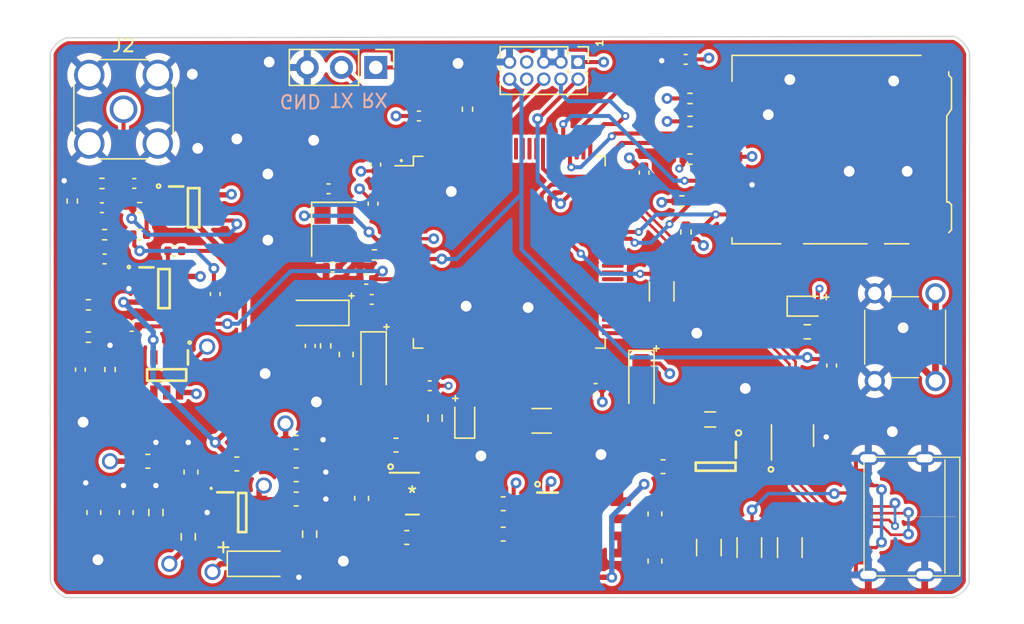
<source format=kicad_pcb>
(kicad_pcb (version 20210228) (generator pcbnew)
  (layers (0 "F.Cu" signal "FCu") (1 "In1.Cu" power "GND") (2 "In2.Cu" power "3V3") (31 "B.Cu" signal "BCu") (34 "B.Paste" user) (35 "F.Paste" user) (36 "B.SilkS" user "B.Silkscreen") (37 "F.SilkS" user "F.Silkscreen") (38 "B.Mask" user) (39 "F.Mask" user) (44 "Edge.Cuts" user))
  (net 0 "")
  (net 1 "GND")
  (net 2 "Net-(C15-Pad1)")
  (net 3 "Net-(C3-Pad1)")
  (net 4 "Net-(C4-Pad1)")
  (net 5 "/Preamp/OUT2")
  (net 6 "Net-(C10-Pad1)")
  (net 7 "/Preamp/OUT1")
  (net 8 "Net-(C5-Pad1)")
  (net 9 "/Power/+5V")
  (net 10 "/P_OUT")
  (net 11 "Net-(C12-Pad1)")
  (net 12 "/+3.3V")
  (net 13 "/H7MCU/VREF+")
  (net 14 "/H7MCU/+3.3VA")
  (net 15 "Net-(C19-Pad1)")
  (net 16 "/Power/USB_CONN_D+")
  (net 17 "/Power/USB_CONN_D-")
  (net 18 "/H7MCU/HSE_IN")
  (net 19 "/H7MCU/NRST")
  (net 20 "/H7MCU/USART_TX")
  (net 21 "/H7MCU/USART_RX")
  (net 22 "/H7MCU/LED_STAT")
  (net 23 "Net-(D2-Pad1)")
  (net 24 "Net-(D3-Pad1)")
  (net 25 "Net-(F1-Pad2)")
  (net 26 "VCC")
  (net 27 "Net-(FB1-Pad1)")
  (net 28 "/Preamp/-IN2")
  (net 29 "/Preamp/-IN1")
  (net 30 "/Preamp/-IN3")
  (net 31 "Net-(C11-Pad1)")
  (net 32 "/3.3VREF")
  (net 33 "/Preamp/+IN")
  (net 34 "/Preamp/VREF")
  (net 35 "no_connect_53")
  (net 36 "no_connect_54")
  (net 37 "no_connect_55")
  (net 38 "Net-(IC6-Pad4)")
  (net 39 "Net-(J1-PadA5)")
  (net 40 "Net-(J1-PadB5)")
  (net 41 "Net-(J2-Pad1)")
  (net 42 "no_connect_56")
  (net 43 "no_connect_57")
  (net 44 "no_connect_58")
  (net 45 "/H7MCU/BOOT0")
  (net 46 "no_connect_62")
  (net 47 "no_connect_59")
  (net 48 "no_connect_73")
  (net 49 "no_connect_84")
  (net 50 "/H7MCU/SWO")
  (net 51 "no_connect_92")
  (net 52 "no_connect_110")
  (net 53 "no_connect_112")
  (net 54 "no_connect_120")
  (net 55 "no_connect_63")
  (net 56 "no_connect_64")
  (net 57 "no_connect_65")
  (net 58 "no_connect_67")
  (net 59 "no_connect_68")
  (net 60 "no_connect_69")
  (net 61 "no_connect_70")
  (net 62 "no_connect_71")
  (net 63 "/H7MCU/SDMMC_CMD")
  (net 64 "no_connect_72")
  (net 65 "no_connect_74")
  (net 66 "/H7MCU/SDMMC_CK")
  (net 67 "/H7MCU/SDMMC_D3")
  (net 68 "/H7MCU/SDMMC_D2")
  (net 69 "no_connect_75")
  (net 70 "/H7MCU/SWCLK")
  (net 71 "/H7MCU/SWDIO")
  (net 72 "/USB_D+")
  (net 73 "/USB_D-")
  (net 74 "no_connect_76")
  (net 75 "no_connect_77")
  (net 76 "no_connect_78")
  (net 77 "/H7MCU/SDMMC_D1")
  (net 78 "/H7MCU/SDMMC_D0")
  (net 79 "no_connect_79")
  (net 80 "no_connect_80")
  (net 81 "no_connect_81")
  (net 82 "no_connect_82")
  (net 83 "no_connect_83")
  (net 84 "no_connect_85")
  (net 85 "no_connect_86")
  (net 86 "no_connect_87")
  (net 87 "no_connect_88")
  (net 88 "no_connect_89")
  (net 89 "no_connect_90")
  (net 90 "no_connect_91")
  (net 91 "no_connect_93")
  (net 92 "no_connect_94")
  (net 93 "no_connect_95")
  (net 94 "no_connect_96")
  (net 95 "no_connect_97")
  (net 96 "no_connect_98")
  (net 97 "no_connect_99")
  (net 98 "no_connect_100")
  (net 99 "no_connect_101")
  (net 100 "no_connect_102")
  (net 101 "no_connect_103")
  (net 102 "no_connect_104")
  (net 103 "no_connect_105")
  (net 104 "no_connect_106")
  (net 105 "no_connect_107")
  (net 106 "no_connect_108")
  (net 107 "no_connect_109")
  (net 108 "no_connect_111")
  (net 109 "no_connect_113")
  (net 110 "no_connect_114")
  (net 111 "no_connect_115")
  (net 112 "no_connect_116")
  (net 113 "no_connect_117")
  (net 114 "no_connect_118")
  (net 115 "no_connect_119")
  (net 116 "no_connect_121")
  (net 117 "/H7MCU/HSE_OUT")
  (net 118 "no_connect_60")
  (net 119 "no_connect_122")
  (net 120 "no_connect_61")
  (net 121 "no_connect_123")
  (net 122 "no_connect_124")
  (net 123 "Net-(C48-Pad2)")
  (net 124 "no_connect_66")
  (footprint "Capacitor_SMD:C_0402_1005Metric" (layer "F.Cu") (at 102.2 96.6)
    (fp_text reference "C12" hide)
    (fp_text value "1.5n")
  )
  (footprint "Capacitor_SMD:C_0603_1608Metric" (layer "F.Cu") (at 141 110.5 -90)
    (fp_text reference "C3" hide)
    (fp_text value "1u")
  )
  (footprint "Capacitor_SMD:C_0603_1608Metric" (layer "F.Cu") (at 101.8 110.4 90)
    (fp_text reference "C35" hide)
    (fp_text value "100n")
  )
  (footprint "Connector_PinHeader_1.27mm:PinHeader_2x05_P1.27mm_Vertical" (layer "F.Cu") (at 135.3 77 -90)
    (fp_text reference "J3" hide)
    (fp_text value "SWDIO" hide)
  )
  (footprint "SamacSys_Parts:SOT95P280X100-6N" (layer "F.Cu") (at 104.6 93.8)
    (fp_text reference "IC3" hide)
    (fp_text value "LT6233CS6#TRMPBF" hide)
  )
  (footprint "Capacitor_SMD:C_0603_1608Metric" (layer "F.Cu") (at 141 114 -90)
    (fp_text reference "C5" hide)
    (fp_text value "1u")
  )
  (footprint "Capacitor_SMD:C_1206_3216Metric" (layer "F.Cu") (at 132.6 103.6 180)
    (fp_text reference "C15" hide)
    (fp_text value "2.2u")
  )
  (footprint "Capacitor_SMD:C_0603_1608Metric" (layer "F.Cu") (at 114.4 109.4)
    (fp_text reference "C39" hide)
    (fp_text value "100n")
  )
  (footprint "Fuse:Fuse_1206_3216Metric" (layer "F.Cu") (at 145 113 90)
    (fp_text reference "F1" hide)
    (fp_text value "Polyfuse")
  )
  (footprint "Capacitor_SMD:C_0603_1608Metric" (layer "F.Cu") (at 114.4 105.2)
    (fp_text reference "C40" hide)
    (fp_text value "100n")
  )
  (footprint "Capacitor_Tantalum_SMD:CP_EIA-3216-18_Kemet-A" (layer "F.Cu") (at 120.142 99.314 -90)
    (fp_text reference "C25" hide)
    (fp_text value "1u")
  )
  (footprint "Resistor_SMD:R_0402_1005Metric" (layer "F.Cu") (at 99 95 180)
    (fp_text reference "R8" hide)
    (fp_text value "620")
  )
  (footprint "Capacitor_SMD:C_0402_1005Metric" (layer "F.Cu") (at 120.1 87.5 -90)
    (fp_text reference "C18" hide)
    (fp_text value "100n")
  )
  (footprint "Resistor_SMD:R_0402_1005Metric" (layer "F.Cu") (at 102.8 87.8)
    (fp_text reference "R4" hide)
    (fp_text value "4.42k")
  )
  (footprint "Capacitor_SMD:C_0603_1608Metric" (layer "F.Cu") (at 114.4 107.6)
    (fp_text reference "C38" hide)
    (fp_text value "100n")
  )
  (footprint "Capacitor_SMD:C_0402_1005Metric" (layer "F.Cu") (at 143.28 76.8)
    (fp_text reference "C34" hide)
    (fp_text value "100n")
  )
  (footprint "LED_SMD:LED_0603_1608Metric" (layer "F.Cu") (at 126.9 103.4 90)
    (fp_text reference "D2" hide)
    (fp_text value "LED_Red")
  )
  (footprint "Capacitor_SMD:C_0402_1005Metric" (layer "F.Cu") (at 140.2 85.2 -90)
    (fp_text reference "C17" hide)
    (fp_text value "100n")
  )
  (footprint "Capacitor_SMD:C_0603_1608Metric" (layer "F.Cu") (at 110 106.8)
    (fp_text reference "C36" hide)
    (fp_text value "10u")
  )
  (footprint "Resistor_SMD:R_0402_1005Metric" (layer "F.Cu") (at 105.4 91 180)
    (fp_text reference "R3" hide)
    (fp_text value "8.87k")
  )
  (footprint "Capacitor_Tantalum_SMD:CP_EIA-3216-18_Kemet-A" (layer "F.Cu") (at 140 100.7 -90)
    (fp_text reference "C13" hide)
    (fp_text value "4.7u")
  )
  (footprint "Capacitor_SMD:C_0402_1005Metric" (layer "F.Cu") (at 124.3 101 180)
    (fp_text reference "C16" hide)
    (fp_text value "100n")
  )
  (footprint "CM4IO:TYPE-C-31-M-12" (layer "F.Cu") (at 161 110.7 90)
    (fp_text reference "J1" hide)
    (fp_text value "USB_C_Receptacle_USB2.0")
  )
  (footprint "Capacitor_SMD:C_1206_3216Metric" (layer "F.Cu") (at 141.5 94 -90)
    (fp_text reference "C19" hide)
    (fp_text value "2.2u")
  )
  (footprint "SamacSys_Parts:TL1105CF160Q" (layer "F.Cu") (at 159.55 97.4 90)
    (fp_text reference "S1" hide)
    (fp_text value "TL1105CF160Q" hide)
  )
  (footprint "Resistor_SMD:R_0402_1005Metric" (layer "F.Cu") (at 99 97.4 180)
    (fp_text reference "R11" hide)
    (fp_text value "130")
  )
  (footprint "Resistor_SMD:R_0402_1005Metric" (layer "F.Cu") (at 120.2 91.3 180)
    (fp_text reference "R20" hide)
    (fp_text value "47")
  )
  (footprint "Package_TO_SOT_SMD:SOT-23-6" (layer "F.Cu") (at 151.2 104.7 90)
    (fp_text reference "U4" hide)
    (fp_text value "USBLC6-2SC6")
  )
  (footprint "Capacitor_SMD:C_0603_1608Metric" (layer "F.Cu") (at 103.4 106.6)
    (fp_text reference "C41" hide)
    (fp_text value "100n")
  )
  (footprint "Capacitor_SMD:C_0603_1608Metric" (layer "F.Cu") (at 122.6 112.25)
    (fp_text reference "C27" hide)
    (fp_text value "1u")
  )
  (footprint "Fiducial:Fiducial_0.5mm_Mask1.5mm" (layer "F.Cu") (at 148.9 93)
    (fp_text reference "FID3" hide)
    (fp_text value "Fiducial")
  )
  (footprint "Resistor_SMD:R_0402_1005Metric" (layer "F.Cu") (at 100 86)
    (fp_text reference "R7" hide)
    (fp_text value "294")
  )
  (footprint "Connector_Coaxial:SMA_Wurth_60312002114503_Vertical" (layer "F.Cu") (at 101.6 80.5)
    (fp_text reference "J2")
    (fp_text value "Conn_Coaxial")
  )
  (footprint "SamacSys_Parts:SOT95P280X145-5N" (layer "F.Cu") (at 110.4 110.4)
    (fp_text reference "IC6" hide)
    (fp_text value "AD8031ARTZ-R2" hide)
  )
  (footprint "Resistor_SMD:R_0402_1005Metric" (layer "F.Cu") (at 143.6 79.7 180)
    (fp_text reference "R17" hide)
    (fp_text value "47k")
  )
  (footprint "LED_SMD:LED_0603_1608Metric" (layer "F.Cu") (at 152.2875 95.1)
    (fp_text reference "D3" hide)
    (fp_text value "LED")
  )
  (footprint "Resistor_SMD:R_0402_1005Metric" (layer "F.Cu") (at 143.6 81.4 180)
    (fp_text reference "R19" hide)
    (fp_text value "47k")
  )
  (footprint "Capacitor_SMD:C_0402_1005Metric" (layer "F.Cu") (at 100.2 91.6)
    (fp_text reference "C10" hide)
    (fp_text value "1.5n")
  )
  (footprint "Capacitor_Tantalum_SMD:CP_EIA-3216-18_Kemet-A" (layer "F.Cu") (at 111.6 114.2)
    (fp_text reference "C42" hide)
    (fp_text value "10u")
  )
  (footprint "Capacitor_SMD:C_0402_1005Metric" (layer "F.Cu") (at 98.4 99.8 -90)
    (fp_text reference "C32" hide)
    (fp_text value "1.5n")
  )
  (footprint "Capacitor_SMD:C_0402_1005Metric" (layer "F.Cu") (at 123.5 81)
    (fp_text reference "C21" hide)
    (fp_text value "100n")
  )
  (footprint "Crystal:Crystal_SMD_3225-4Pin_3.2x2.5mm" (layer "F.Cu") (at 117.2 89.4 -90)
    (fp_text reference "Y1" hide)
    (fp_text value "16MHz")
  )
  (footprint "Resistor_SMD:R_0402_1005Metric" (layer "F.Cu") (at 143 87.3 180)
    (fp_text reference "R23" hide)
    (fp_text value "47k")
  )
  (footprint "Connector_PinHeader_2.54mm:PinHeader_1x03_P2.54mm_Vertical" (layer "F.Cu") (at 120.3 77.4 -90)
    (fp_text reference "J7" hide)
    (fp_text value "USART")
  )
  (footprint "Inductor_SMD:L_0603_1608Metric" (layer "F.Cu") (at 118.11 98.679 90)
    (fp_text reference "FB2" hide)
    (fp_text value "100 @ 100 MHz")
  )
  (footprint "Capacitor_SMD:C_0402_1005Metric" (layer "F.Cu") (at 120.3 84.6 90)
    (fp_text reference "C20" hide)
    (fp_text value "100n")
  )
  (footprint "Resistor_SMD:R_0603_1608Metric" (layer "F.Cu") (at 115.4 112 -90)
    (fp_text reference "R12" hide)
    (fp_text value "4.99k")
  )
  (footprint "Resistor_SMD:R_1206_3216Metric" (layer "F.Cu") (at 151 113 -90)
    (fp_text reference "R1" hide)
    (fp_text value "5.1k")
  )
  (footprint "Capacitor_SMD:C_0603_1608Metric" (layer "F.Cu") (at 119.253 109.347 90)
    (fp_text reference "C22" hide)
    (fp_text value "100n X7R")
  )
  (footprint "Capacitor_SMD:C_0402_1005Metric" (layer "F.Cu") (at 115.443 98.044 -90)
    (fp_text reference "C26" hide)
    (fp_text value "100n")
  )
  (footprint "Resistor_SMD:R_0402_1005Metric" (layer "F.Cu") (at 127.1 80.5 90)
    (fp_text reference "R27" hide)
    (fp_text value "10k")
  )
  (footprint "Capacitor_SMD:C_0603_1608Metric" (layer "F.Cu") (at 106.6 107.4 90)
    (fp_text reference "C37" hide)
    (fp_text value "100n")
  )
  (footprint "Capacitor_SMD:C_0402_1005Metric" (layer "F.Cu") (at 154.1 99.5 90)
    (fp_text reference "C50" hide)
    (fp_text value "100n")
  )
  (footprint "Resistor_SMD:R_1206_3216Metric" (layer "F.Cu") (at 148 113 -90)
    (fp_text reference "R2" hide)
    (fp_text value "5.1k")
  )
  (footprint "Capacitor_SMD:C_0402_1005Metric" (layer "F.Cu") (at 117.1 92.2)
    (fp_text reference "C48" hide)
    (fp_text value "12p")
  )
  (footprint "Capacitor_Tantalum_SMD:CP_EIA-3216-18_Kemet-A" (layer "F.Cu") (at 116 95.6 180)
    (fp_text reference "C23" hide)
    (fp_text value "1u")
  )
  (footprint "Resistor_SMD:R_0603_1608Metric" (layer "F.Cu") (at 152.3 97 180)
    (fp_text reference "R28" hide)
    (fp_text value "2.2k")
  )
  (footprint "Package_QFP:LQFP-100_14x14mm_P0.5mm" (layer "F.Cu") (at 130.2 91.1)
    (fp_text reference "U2" hide)
    (fp_text value "STM32H743VITx")
  )
  (footprint "SamacSys_Parts:SOT95P280X100-6N" (layer "F.Cu") (at 106.8 87.8)
    (fp_text reference "IC2" hide)
    (fp_text value "LT6233CS6#TRMPBF" hide)
  )
  (footprint "SamacSys_Parts:SOT95P280X125-3N" (layer "F.Cu") (at 145.5 107 -90)
    (fp_text reference "Q1" hide)
    (fp_text value "AO3401A" hide)
  )
  (footprint "Fiducial:Fiducial_0.5mm_Mask1.5mm" (layer "F.Cu") (at 126.4 114.6)
    (fp_text reference "FID2" hide)
    (fp_text value "Fiducial")
  )
  (footprint "Resistor_SMD:R_0603_1608Metric" (layer "F.Cu") (at 104 110.4 90)
    (fp_text reference "R14" hide)
    (fp_text value "10k")
  )
  (footprint "Capacitor_SMD:C_0603_1608Metric" (layer "F.Cu") (at 99.4 110.4 90)
    (fp_text reference "C33" hide)
    (fp_text value "10u")
  )
  (footprint "Capacitor_SMD:C_0402_1005Metric" (layer "F.Cu") (at 102.4 86)
    (fp_text reference "C11" hide)
    (fp_text value "1.2n")
  )
  (footprint "Capacitor_SMD:C_0603_1608Metric" (layer "F.Cu") (at 121.8 105.4 180)
    (fp_text reference "C28" hide)
    (fp_text value "10u")
  )
  (footprint "Resistor_SMD:R_0402_1005Metric" (layer "F.Cu") (at 97.8 87.3 -90)
    (fp_text reference "R10" hide)
    (fp_text value "1.15k")
  )
  (footprint "Resistor_SMD:R_0402_1005Metric" (layer "F.Cu") (at 102.8 89.8 180)
    (fp_text reference "R6" hide)
    (fp_text value "620")
  )
  (footprint "Resistor_SMD:R_0603_1608Metric" (layer "F.Cu") (at 106.4 112.2 90)
    (fp_text reference "R13" hide)
    (fp_text value "10k")
  )
  (footprint "SamacSys_Parts:SOT95P280X100-6N" (layer "F.Cu") (at 104.8 100.2 -90)
    (fp_text reference "IC5" hide)
    (fp_text value "LT6233CS6#TRMPBF" hide)
  )
  (footprint "Connector_Card:microSD_HC_Hirose_DM3AT-SF-PEJM5" (layer "F.Cu") (at 154.6 83.5 90)
    (fp_text reference "J4" hide)
    (fp_text value "Micro_SD_Card")
  )
  (footprint "Capacitor_SMD:C_0402_1005Metric" (layer "F.Cu") (at 119.6 93.11)
    (fp_text reference "C29" hide)
    (fp_text value "47p")
  )
  (footprint "Capacitor_SMD:C_0402_1005Metric" (layer "F.Cu") (at 108.4 94.2 -90)
    (fp_text reference "C30" hide)
    (fp_text value "1.5n")
  )
  (footprint "SamacSys_Parts:SOIC127P600X175-9N" (layer "F.Cu") (at 135.75 111.5)
    (fp_text reference "IC1" hide)
    (fp_text value "ADP7156ARDZ-3.3-R7" hide)
  )
  (footprint "Resistor_SMD:R_0402_1005Metric" (layer "F.Cu") (at 100.6 99.8 90)
    (fp_text reference "R5" hide)
    (fp_text value "8.87k")
  )
  (footprint "Fiducial:Fiducial_0.5mm_Mask1.5mm" (layer "F.Cu") (at 109.5 77.75)
    (fp_text reference "FID1" hide)
    (fp_text value "Fiducial")
  )
  (footprint "Capacitor_SMD:C_0402_1005Metric" (layer "F.Cu") (at 116.8 86.4)
    (fp_text reference "C49" hide)
    (fp_text value "12p")
  )
  (footprint "Capacitor_SMD:C_0402_1005Metric" (layer "F.Cu") (at 100 87.8)
    (fp_text reference "C31" hide)
    (fp_text value "1.2n")
  )
  (footprint "Capacitor_SMD:C_0603_1608Metric" (layer "F.Cu") (at 129.75 109.75 180)
    (fp_text reference "C1" hide)
    (fp_text value "10u")
  )
  (footprint "Resistor_SMD:R_0402_1005Metric" (layer "F.Cu") (at 100.2 89.8)
    (fp_text reference "R9" hide)
    (fp_text value "130")
  )
  (footprint "Capacitor_SMD:C_0402_1005Metric" (layer "F.Cu") (at 136.6 101.2 180)
    (fp_text reference "C14" hide)
    (fp_text value "100n")
  )
  (footprint "Resistor_SMD:R_0402_1005Metric" (layer "F.Cu") (at 143.6 84.2 180)
    (fp_text reference "R22" hide)
    (fp_text value "47k")
  )
  (footprint "REF3433:REF3433IDBVR" (layer "F.Cu") (at 123 109)
    (fp_text reference "U3" hide)
    (fp_text value "REF3433IDBVR" hide)
  )
  (footprint "Resistor_SMD:R_0402_1005Metric" (layer "F.Cu") (at 143.3 89.6 -90)
    (fp_text reference "R24" hide)
    (fp_text value "47k")
  )
  (footprint "Capacitor_SMD:C_0603_1608Metric" (layer "F.Cu") (at 129.75 112 180)
    (fp_text reference "C4" hide)
    (fp_text value "1u")
  )
  (footprint "Inductor_SMD:L_0805_2012Metric" (layer "F.Cu") (at 145.1 103.5)
    (fp_text reference "FB1" hide)
    (fp_text value "600 @ 100MHz")
  )
  (footprint "Capacitor_SMD:C_0402_1005Metric" (layer "F.Cu") (at 120 94.6)
    (fp_text reference "C24" hide)
    (fp_text value "100n")
  )
  (footprint "Capacitor_SMD:C_0603_1608Metric" (layer "F.Cu") (at 141.6 107)
    (fp_text reference "C2" hide)
    (fp_text value "10u")
  )
  (footprint "Resistor_SMD:R_0402_1005Metric" (layer "F.Cu") (at 116.586 98.044 -90)
    (fp_text reference "R18" hide)
    (fp_text value "0")
  )
  (footprint "Resistor_SMD:R_0603_1608Metric" (layer "F.Cu") (at 124.7 103.4 90)
    (fp_text reference "R21" hide)
    (fp_text value "2k2")
  )
  (gr_circle (center 104.2 86.2) (end 104.3 86.3) (layer "F.SilkS") (width 0.15) (fill none))
  (gr_circle (center 121.4 107) (end 121.273 106.873) (layer "F.SilkS") (width 0.15) (fill none))
  (gr_circle (center 149.6 107.2) (end 149.473 107.073) (layer "F.SilkS") (width 0.15) (fill none))
  (gr_circle (center 106.5 97.8) (end 106.6 97.8) (layer "F.SilkS") (width 0.15) (fill none))
  (gr_circle (center 147.2 104.5) (end 147.4 104.5) (layer "F.SilkS") (width 0.15) (fill none))
  (gr_circle (center 102 92.2) (end 102.1 92.2) (layer "F.SilkS") (width 0.15) (fill none))
  (gr_circle (center 132.3 108.3) (end 132.173 108.173) (layer "F.SilkS") (width 0.15) (fill none))
  (gr_arc (start 162.529053 114.854338) (end 163.063655 116.7) (angle -51.01248412) (layer "Edge.Cuts") (width 0.1))
  (gr_line (start 163.063655 116.7) (end 97.299999 116.7) (layer "Edge.Cuts") (width 0.1))
  (gr_line (start 164.326802 76.336345) (end 164.3 115.600001) (layer "Edge.Cuts") (width 0.1))
  (gr_arc (start 162.426803 76.936344) (end 164.326802 76.336345) (angle -49.64077745) (layer "Edge.Cuts") (width 0.1))
  (gr_line (start 97.400001 75.200001) (end 163.200001 75.1) (layer "Edge.Cuts") (width 0.1))
  (gr_line (start 96.173198 115.463655) (end 96.163656 76.326803) (layer "Edge.Cuts") (width 0.1))
  (gr_arc (start 98 77.1) (end 97.400001 75.200001) (angle -49.64077745) (layer "Edge.Cuts") (width 0.1))
  (gr_arc (start 98.073218 114.863636) (end 96.173198 115.463655) (angle -49.64008232) (layer "Edge.Cuts") (width 0.1))
  (gr_text "GND\n" (at 114.7 79.9 180) (layer "B.SilkS") (effects (font (size 1 1)) (justify mirror)))
  (gr_text "RX" (at 120.2 79.8 180) (layer "B.SilkS") (effects (font (size 1 1)) (justify mirror)))
  (gr_text "TX" (at 117.8 79.8 180) (layer "B.SilkS") (effects (font (size 1 1)) (justify mirror)))
  (gr_text "+" (at 126.2 101.9) (layer "F.SilkS") (effects (font (size 0.5 0.5) (thickness 0.125))))
  (gr_text "+" (at 153.7 94.4) (layer "F.SilkS") (effects (font (size 0.5 0.5) (thickness 0.125))))
  (gr_text "." (at 108.1 108.2) (layer "F.SilkS") (effects (font (size 1 1))))
  (gr_text "1" (at 136.9 75.6 90) (layer "F.SilkS") (effects (font (size 0.5 0.5) (thickness 0.125))))
  (gr_text "+" (at 141.1 98.2) (layer "F.SilkS") (effects (font (size 0.5 0.5) (thickness 0.125))))
  (gr_text "+" (at 118.5 94.3) (layer "F.SilkS") (effects (font (size 0.5 0.5) (thickness 0.125)) (justify mirror)))
  (gr_text "." (at 122.2 83.9) (layer "F.SilkS") (effects (font (size 1 1))))
  (gr_text "+" (at 109 112.9) (layer "F.SilkS") (effects (font (size 1 1))))
  (gr_text "+" (at 121.1 96.6) (layer "F.SilkS") (effects (font (size 0.5 0.5) (thickness 0.125))))
  (segment (start 148.075 86.225) (end 148.2 86.1) (width 0.4) (layer "F.Cu") (net 1))
  (segment (start 124.2 100) (end 123.82 100.38) (width 0.3) (layer "F.Cu") (net 1))
  (segment (start 124.2 98.775) (end 124.2 100) (width 0.3) (layer "F.Cu") (net 1))
  (segment (start 136.12 100.32) (end 136.12 101.2) (width 0.3) (layer "F.Cu") (net 1))
  (segment (start 140.12 85.6) (end 140.2 85.68) (width 0.3) (layer "F.Cu") (net 1))
  (segment (start 151.7 104.7) (end 153.6 104.7) (width 0.3) (layer "F.Cu") (net 1))
  (segment (start 120 88.6) (end 120 88.08) (width 0.3) (layer "F.Cu") (net 1))
  (segment (start 153.6 104.7) (end 153.7 104.8) (width 0.3) (layer "F.Cu") (net 1))
  (segment (start 151.2 105.8375) (end 151.2 105.2) (width 0.3) (layer "F.Cu") (net 1))
  (segment (start 146.875 86.225) (end 148.075 86.225) (width 0.4) (layer "F.Cu") (net 1))
  (segment (start 151.2 105.2) (end 151.7 104.7) (width 0.3) (layer "F.Cu") (net 1))
  (segment (start 121 89.6) (end 120 88.6) (width 0.3) (layer "F.Cu") (net 1))
  (segment (start 123.82 100.38) (end 123.82 101) (width 0.3) (layer "F.Cu") (net 1))
  (segment (start 124.7 81.72) (end 123.98 81) (width 0.3) (layer "F.Cu") (net 1))
  (segment (start 122.525 89.6) (end 121 89.6) (width 0.3) (layer "F.Cu") (net 1))
  (segment (start 120 88.08) (end 120.1 87.98) (width 0.3) (layer "F.Cu") (net 1))
  (segment (start 135.7 98.775) (end 135.7 99.9) (width 0.3) (layer "F.Cu") (net 1))
  (segment (start 135.7 99.9) (end 136.12 100.32) (width 0.3) (layer "F.Cu") (net 1))
  (segment (start 124.7 83.425) (end 124.7 81.72) (width 0.3) (layer "F.Cu") (net 1))
  (segment (start 137.875 85.6) (end 140.12 85.6) (width 0.3) (layer "F.Cu") (net 1))
  (via (at 110 82.7) (size 1.2) (drill 0.8) (layers "F.Cu" "B.Cu") (net 1))
  (via (at 151 78.3) (size 1.2) (drill 0.8) (layers "F.Cu" "B.Cu") (net 1))
  (via (at 155.4 85.1) (size 1.2) (drill 0.8) (layers "F.Cu" "B.Cu") (net 1))
  (via (at 106.7 77.9) (size 1.2) (drill 0.8) (layers "F.Cu" "B.Cu") (net 1))
  (via (at 158.7 78.4) (size 1.2) (drill 0.8) (layers "F.Cu" "B.Cu") (net 1))
  (via (at 101.6 108.4) (size 0.8) (drill 0.4) (layers "F.Cu" "B.Cu") (net 1))
  (via (at 115.9 102.2) (size 1.2) (drill 0.8) (layers "F.Cu" "B.Cu") (net 1))
  (via (at 128.1 106.2) (size 1.2) (drill 0.8) (layers "F.Cu" "B.Cu") (net 1))
  (via (at 112.3 85.3) (size 1.2) (drill 0.8) (layers "F.Cu" "B.Cu") (net 1))
  (via (at 106.4 105.2) (size 0.8) (drill 0.4) (layers "F.Cu" "B.Cu") (net 1))
  (via (at 107.8 110.4) (size 0.8) (drill 0.4) (layers "F.Cu" "B.Cu") (net 1))
  (via (at 159.4 96.7) (size 1.2) (drill 0.8) (layers "F.Cu" "B.Cu") (net 1))
  (via (at 131.6 95.2) (size 1.2) (drill 0.8) (layers "F.Cu" "B.Cu") (net 1))
  (via (at 112.4 77) (size 1.2) (drill 0.8) (layers "F.Cu" "B.Cu") (net 1))
  (via (at 116.4 105) (size 0.8) (drill 0.4) (layers "F.Cu" "B.Cu") (net 1))
  (via (at 153.7 104.8) (size 0.8) (drill 0.4) (layers "F.Cu" "B.Cu") (net 1))
  (via (at 98.6 103.7) (size 1.2) (drill 0.8) (layers "F.Cu" "B.Cu") (net 1))
  (via (at 116.6 107.4) (size 0.8) (drill 0.4) (layers "F.Cu" "B.Cu") (net 1))
  (via (at 102 93.8) (size 0.8) (drill 0.4) (layers "F.Cu" "B.Cu") (net 1))
  (via (at 104 108.4) (size 0.8) (drill 0.4) (layers "F.Cu" "B.Cu") (net 1))
  (via (at 144.1 97.1) (size 1.2) (drill 0.8) (layers "F.Cu" "B.Cu") (net 1))
  (via (at 99.7 113.9) (size 1.2) (drill 0.8) (layers "F.Cu" "B.Cu") (net 1))
  (via (at 158.6 104.4) (size 1.2) (drill 0.8) (layers "F.Cu" "B.Cu") (net 1))
  (via (at 148.2 86.1) (size 0.8) (drill 0.4) (layers "F.Cu" "B.Cu") (net 1))
  (via (at 115.7 82.8) (size 1.2) (drill 0.8) (layers "F.Cu" "B.Cu") (net 1))
  (via (at 98.8 108.2) (size 0.8) (drill 0.4) (layers "F.Cu" "B.Cu") (net 1))
  (via (at 97.2 85.8) (size 0.8) (drill 0.4) (layers "F.Cu" "B.Cu") (net 1))
  (via (at 127 95.1) (size 1.2) (drill 0.8) (layers "F.Cu" "B.Cu") (net 1))
  (via (at 159.7 85.1) (size 1.2) (drill 0.8) (layers "F.Cu" "B.Cu") (net 1))
  (via (at 147.7 101.2) (size 1.2) (drill 0.8) (layers "F.Cu" "B.Cu") (net 1))
  (via (at 137 106.1) (size 1.2) (drill 0.8) (layers "F.Cu" "B.Cu") (net 1))
  (via (at 126.4 77.1) (size 1.2) (drill 0.8) (layers "F.Cu" "B.Cu") (net 1))
  (via (at 141.5 76.9) (size 0.8) (drill 0.4) (layers "F.Cu" "B.Cu") (net 1))
  (via (at 125.9 86.6) (size 1.2) (drill 0.8) (layers "F.Cu" "B.Cu") (net 1))
  (via (at 112.1 100.1) (size 1.2) (drill 0.8) (layers "F.Cu" "B.Cu") (net 1))
  (via (at 107.1 83.4) (size 1.2) (drill 0.8) (layers "F.Cu" "B.Cu") (net 1))
  (via (at 149.4 80.9) (size 1.2) (drill 0.8) (layers "F.Cu" "B.Cu") (net 1))
  (via (at 104 105.2) (size 0.8) (drill 0.4) (layers "F.Cu" "B.Cu") (net 1))
  (via (at 116.6 109.4) (size 0.8) (drill 0.4) (layers "F.Cu" "B.Cu") (net 1))
  (via (at 100.6 98) (size 0.8) (drill 0.4) (layers "F.Cu" "B.Cu") (net 1))
  (via (at 117.9 114) (size 1.2) (drill 0.8) (layers "F.Cu" "B.Cu") (net 1))
  (via (at 112.3 90.2) (size 1.2) (drill 0.8) (layers "F.Cu" "B.Cu") (net 1))
  (via (at 114.6 115.2) (size 0.8) (drill 0.4) (layers "F.Cu" "B.Cu") (net 1))
  (segment (start 134.075 102.325) (end 134.075 103.6) (width 0.3) (layer "F.Cu") (net 2))
  (segment (start 135.2 101.2) (end 134.075 102.325) (width 0.3) (layer "F.Cu") (net 2))
  (segment (start 135.2 98.775) (end 135.2 101.2) (width 0.3) (layer "F.Cu") (net 2))
  (segment (start 140.275 109.725) (end 141 109.725) (width 0.5) (layer "F.Cu") (net 3))
  (segment (start 138.462 110.865) (end 139.135 110.865) (width 0.5) (layer "F.Cu") (net 3))
  (segment (start 139.135 110.865) (end 140.275 109.725) (width 0.5) (layer "F.Cu") (net 3))
  (segment (start 130.525 112) (end 132.903 112) (width 0.5) (layer "F.Cu") (net 4))
  (segment (start 132.903 112) (end 133.038 112.135) (width 0.5) (layer "F.Cu") (net 4))
  (segment (start 104.89 91) (end 104.89 92.31) (width 0.3) (layer "F.Cu") (net 5))
  (segment (start 99.51 95) (end 99.51 94.89) (width 0.3) (layer "F.Cu") (net 5))
  (segment (start 104.35 92.85) (end 103.3 92.85) (width 0.3) (layer "F.Cu") (net 5))
  (segment (start 104.89 92.31) (end 104.35 92.85) (width 0.3) (layer "F.Cu") (net 5))
  (segment (start 101.6 92.8) (end 100.68 91.88) (width 0.3) (layer "F.Cu") (net 5))
  (segment (start 103.25 92.8) (end 101.6 92.8) (width 0.3) (layer "F.Cu") (net 5))
  (segment (start 99.51 94.89) (end 101.6 92.8) (width 0.3) (layer "F.Cu") (net 5))
  (segment (start 100.68 91.88) (end 100.68 91.6) (width 0.3) (layer "F.Cu") (net 5))
  (segment (start 103.3 92.85) (end 103.25 92.8) (width 0.3) (layer "F.Cu") (net 5))
  (segment (start 100.71 89.8) (end 100.71 90.29) (width 0.3) (layer "F.Cu") (net 6))
  (segment (start 102.8 91) (end 102.4 90.6) (width 0.3) (layer "F.Cu") (net 6))
  (segment (start 100.71 89.8) (end 102.29 89.8) (width 0.3) (layer "F.Cu") (net 6))
  (segment (start 100.71 90.29) (end 99.72 91.28) (width 0.3) (layer "F.Cu") (net 6))
  (segment (start 108.3 93.62) (end 108.4 93.72) (width 0.3) (layer "F.Cu") (net 6))
  (segment (start 102.4 89.91) (end 102.29 89.8) (width 0.3) (layer "F.Cu") (net 6))
  (segment (start 102.4 90.6) (end 102.4 89.91) (width 0.3) (layer "F.Cu") (net 6))
  (segment (start 108.3 92.3) (end 108.3 93.62) (width 0.3) (layer "F.Cu") (net 6))
  (segment (start 99.72 91.28) (end 99.72 91.6) (width 0.3) (layer "F.Cu") (net 6))
  (via (at 108.3 92.3) (size 0.8) (drill 0.4) (layers "F.Cu" "B.Cu") (net 6))
  (via (at 102.8 91) (size 0.8) (drill 0.4) (layers "F.Cu" "B.Cu") (net 6))
  (segment (start 107 91) (end 102.8 91) (width 0.3) (layer "B.Cu") (net 6))
  (segment (start 108.3 92.3) (end 107 91) (width 0.3) (layer "B.Cu") (net 6))
  (segment (start 105.24 87.11) (end 103.31 87.11) (width 0.3) (layer "F.Cu") (net 7))
  (segment (start 105.5 86.85) (end 105.24 87.11) (width 0.3) (layer "F.Cu") (net 7))
  (segment (start 102.88 86) (end 102.88 86.68) (width 0.3) (layer "F.Cu") (net 7))
  (segment (start 103.31 87.8) (end 103.31 89.8) (width 0.3) (layer "F.Cu") (net 7))
  (segment (start 103.31 87.11) (end 103.31 88) (width 0.3) (layer "F.Cu") (net 7))
  (segment (start 102.88 86.68) (end 103.31 87.11) (width 0.3) (layer "F.Cu") (net 7))
  (segment (start 138.462 112.135) (end 138.462 113.405) (width 0.5) (layer "F.Cu") (net 8))
  (segment (start 138.462 113.405) (end 140.82 113.405) (width 0.5) (layer "F.Cu") (net 8))
  (segment (start 140.82 113.405) (end 141 113.225) (width 0.5) (layer "F.Cu") (net 8))
  (segment (start 124.374999 109.949998) (end 124.949998 109.949998) (width 0.5) (layer "F.Cu") (net 9))
  (segment (start 138.462 109.595) (end 138.905 109.595) (width 0.4) (layer "F.Cu") (net 9))
  (segment (start 133.038 113.405) (end 133.705 113.405) (width 0.4) (layer "F.Cu") (net 9))
  (segment (start 134.8 114.5) (end 135.5 115.2) (width 0.4) (layer "F.Cu") (net 9))
  (segment (start 140.825 104.075) (end 143.6 101.3) (width 0.4) (layer "F.Cu") (net 9))
  (segment (start 135.5 115.2) (end 137.8 115.2) (width 0.4) (layer "F.Cu") (net 9))
  (segment (start 139.7 107) (end 138.4 108.3) (width 0.5) (layer "F.Cu") (net 9))
  (segment (start 124.949998 109.949998) (end 128.405 113.405) (width 0.5) (layer "F.Cu") (net 9))
  (segment (start 146.1625 102.3625) (end 146.1625 103.5) (width 0.4) (layer "F.Cu") (net 9))
  (segment (start 151.2 104.2) (end 150.7 104.7) (width 0.3) (layer "F.Cu") (net 9))
  (segment (start 145.1 101.3) (end 146.1625 102.3625) (width 0.4) (layer "F.Cu") (net 9))
  (segment (start 128.405 113.405) (end 133.038 113.405) (width 0.5) (layer "F.Cu") (net 9))
  (segment (start 151.2 103.5625) (end 151.2 104.2) (width 0.3) (layer "F.Cu") (net 9))
  (segment (start 140.825 107) (end 140.825 104.075) (width 0.4) (layer "F.Cu") (net 9))
  (segment (start 140.825 107) (end 139.7 107) (width 0.5) (layer "F.Cu") (net 9))
  (segment (start 133.705 113.405) (end 134.8 114.5) (width 0.4) (layer "F.Cu") (net 9))
  (segment (start 121.825 110.149999) (end 121.624999 109.949998) (width 0.5) (layer "F.Cu") (net 9))
  (segment (start 148.8 104.7) (end 147.6 103.5) (width 0.3) (layer "F.Cu") (net 9))
  (segment (start 119.425002 109.949998) (end 119.253 110.122) (width 0.5) (layer "F.Cu") (net 9))
  (segment (start 138.905 109.595) (end 140.2 108.3) (width 0.4) (layer "F.Cu") (net 9))
  (segment (start 121.624999 109.949998) (end 124.374999 109.949998) (width 0.5) (layer "F.Cu") (net 9))
  (segment (start 150.7 104.7) (end 148.8 104.7) (width 0.3) (layer "F.Cu") (net 9))
  (segment (start 138.4 109.533) (end 138.462 109.595) (width 0.5) (layer "F.Cu") (net 9))
  (segment (start 121.624999 109.949998) (end 119.425002 109.949998) (width 0.5) (layer "F.Cu") (net 9))
  (segment (start 121.825 112.25) (end 121.825 110.149999) (width 0.5) (layer "F.Cu") (net 9))
  (segment (start 143.6 101.3) (end 145.1 101.3) (width 0.4) (layer "F.Cu") (net 9))
  (segment (start 147.6 103.5) (end 146.1625 103.5) (width 0.3) (layer "F.Cu") (net 9))
  (segment (start 138.4 108.3) (end 138.4 109.533) (width 0.5) (layer "F.Cu") (net 9))
  (via (at 137.8 115.2) (size 0.8) (drill 0.4) (layers "F.Cu" "B.Cu") (net 9))
  (via (at 140.2 108.3) (size 0.8) (drill 0.4) (layers "F.Cu" "B.Cu") (net 9))
  (segment (start 137.8 115.2) (end 137.8 110.7) (width 0.4) (layer "B.Cu") (net 9))
  (segment (start 137.8 110.7) (end 140.2 108.3) (width 0.4) (layer "B.Cu") (net 9))
  (segment (start 105.75 97.55) (end 105.75 98.9) (width 0.3) (layer "F.Cu") (net 10))
  (segment (start 107 96.4) (end 109.3 96.4) (width 0.3) (layer "F.Cu") (net 10))
  (segment (start 106.2 97.2) (end 107 96.4) (width 0.3) (layer "F.Cu") (net 10))
  (segment (start 107 98.9) (end 107.8 98.1) (width 0.3) (layer "F.Cu") (net 10))
  (segment (start 102.68 96.6) (end 104.8 96.6) (width 0.3) (layer "F.Cu") (net 10))
  (segment (start 105.75 98.9) (end 105.75 97.65) (width 0.3) (layer "F.Cu") (net 10))
  (segment (start 120.69 92.5) (end 120.08 93.11) (width 0.3) (layer "F.Cu") (net 10))
  (segment (start 101.51 99.29) (end 100.6 99.29) (width 0.3) (layer "F.Cu") (net 10))
  (segment (start 105.75 98.9) (end 107 98.9) (width 0.3) (layer "F.Cu") (net 10))
  (segment (start 102.68 98.12) (end 101.51 99.29) (width 0.3) (layer "F.Cu") (net 10))
  (segment (start 122.525 93.1) (end 120.089 93.1) (width 0.3) (layer "F.Cu") (net 10))
  (segment (start 104.8 96.6) (end 105.75 97.55) (width 0.3) (layer "F.Cu") (net 10))
  (segment (start 120.089 93.1) (end 120.08 93.091) (width 0.3) (layer "F.Cu") (net 10))
  (segment (start 120.8 92.5) (end 120.69 92.5) (width 0.3) (layer "F.Cu") (net 10))
  (segment (start 105.75 97.65) (end 106.2 97.2) (width 0.3) (layer "F.Cu") (net 10))
  (segment (start 102.68 96.6) (end 102.68 98.12) (width 0.3) (layer "F.Cu") (net 10))
  (via (at 120.8 92.5) (size 0.8) (drill 0.4) (layers "F.Cu" "B.Cu") (net 10))
  (via (at 109.3 96.4) (size 0.8) (drill 0.4) (layers "F.Cu" "B.Cu") (net 10))
  (via (at 107.8 98.1) (size 1.2) (drill 0.8) (layers "F.Cu" "B.Cu") (net 10))
  (segment (start 114 92.5) (end 120.8 92.5) (width 0.3) (layer "B.Cu") (net 10))
  (segment (start 110.1 96.4) (end 112.8 93.7) (width 0.3) (layer "B.Cu") (net 10))
  (segment (start 109.3 96.4) (end 110.1 96.4) (width 0.3) (layer "B.Cu") (net 10))
  (segment (start 112.8 93.7) (end 114 92.5) (width 0.3) (layer "B.Cu") (net 10))
  (segment (start 98.49 99.23) (end 98.4 99.32) (width 0.3) (layer "F.Cu") (net 11))
  (segment (start 101.72 96.6) (end 101.32 96.2) (width 0.3) (layer "F.Cu") (net 11))
  (segment (start 98.49 95) (end 98.49 97.4) (width 0.3) (layer "F.Cu") (net 11))
  (segment (start 99 96.2) (end 98.49 96.71) (width 0.3) (layer "F.Cu") (net 11))
  (segment (start 98.49 96.71) (end 98.49 97.4) (width 0.3) (layer "F.Cu") (net 11))
  (segment (start 101.32 96.2) (end 99 96.2) (width 0.3) (layer "F.Cu") (net 11))
  (segment (start 98.49 97.4) (end 98.49 99.23) (width 0.3) (layer "F.Cu") (net 11))
  (segment (start 139.4 85.1) (end 139.78 84.72) (width 0.3) (layer "F.Cu") (net 12))
  (segment (start 122.525 87.6) (end 121.2 87.6) (width 0.3) (layer "F.Cu") (net 12))
  (segment (start 122.525 90.1) (end 124.6 90.1) (width 0.25) (layer "F.Cu") (net 12))
  (segment (start 119.22 85.08) (end 119.2 85.1) (width 0.25) (layer "F.Cu") (net 12))
  (segment (start 133.038 109.595) (end 133.038 110.865) (width 0.5) (layer "F.Cu") (net 12))
  (segment (start 133.038 108.362) (end 133.3 108.1) (width 0.3) (layer "F.Cu") (net 12))
  (segment (start 105.95 92.9) (end 105.9 92.85) (width 0.4) (layer "F.Cu") (net 12))
  (segment (start 143.09 81.4) (end 141.9 81.4) (width 0.3) (layer "F.Cu") (net 12))
  (segment (start 143.09 84.2) (end 143.09 84.61) (width 0.3) (layer "F.Cu") (net 12))
  (segment (start 124.2 83.425) (end 124.2 82.4) (width 0.3) (layer "F.Cu") (net 12))
  (segment (start 137.08 102.18) (end 137.1 102.2) (width 0.3) (layer "F.Cu") (net 12))
  (segment (start 108.1 86.85) (end 109.55 86.85) (width 0.4) (layer "F.Cu") (net 12))
  (segment (start 153.075 93.925) (end 153.2 93.8) (width 0.3) (layer "F.Cu") (net 12))
  (segment (start 119.72 87.02) (end 119.1 86.4) (width 0.25) (layer "F.Cu") (net 12))
  (segment (start 120.1 87.02) (end 119.72 87.02) (width 0.25) (layer "F.Cu") (net 12))
  (segment (start 143.3 90.11) (end 144.11 90.11) (width 0.3) (layer "F.Cu") (net 12))
  (segment (start 106.4 113.025) (end 106.175 113.025) (width 0.4) (layer "F.Cu") (net 12))
  (segment (start 153.075 95.1) (end 153.075 93.925) (width 0.3) (layer "F.Cu") (net 12))
  (segment (start 146.875 84.025) (end 148.175 84.025) (width 0.3) (layer "F.Cu") (net 12))
  (segment (start 144.9 76.8) (end 145 76.7) (width 0.3) (layer "F.Cu") (net 12))
  (segment (start 111.65 109.45) (end 113.575 109.45) (width 0.4) (layer "F.Cu") (net 12))
  (segment (start 136.2 98.775) (end 136.2 99.69288) (width 0.3) (layer "F.Cu") (net 12))
  (segment (start 132.883 109.75) (end 133.038 109.595) (width 0.5) (layer "F.Cu") (net 12))
  (segment (start 113.625 107.6) (end 113.625 105.2) (width 0.4) (layer "F.Cu") (net 12))
  (segment (start 123.02 81.22) (end 123.02 81) (width 0.3) (layer "F.Cu") (net 12))
  (segment (start 113.575 109.45) (end 113.625 109.4) (width 0.4) (layer "F.Cu") (net 12))
  (segment (start 139.78 84.72) (end 140.2 84.72) (width 0.3) (layer "F.Cu") (net 12))
  (segment (start 141.6 87.3) (end 141.5 87.4) (width 0.3) (layer "F.Cu") (net 12))
  (segment (start 124.7 100.92) (end 124.78 101) (width 0.3) (layer "F.Cu") (net 12))
  (segment (start 111.65 109.45) (end 111.65 108.75) (width 0.4) (layer "F.Cu") (net 12))
  (segment (start 130.525 109.75) (end 130.525 108.375) (width 0.3) (layer "F.Cu") (net 12))
  (segment (start 124.78 101) (end 125.7 101) (width 0.3) (layer "F.Cu") (net 12))
  (segment (start 110.25 114.2) (end 108.8 114.2) (width 0.4) (layer "F.Cu") (net 12))
  (segment (start 121.2 87.6) (end 120.62 87.02) (width 0.3) (layer "F.Cu") (net 12))
  (segment (start 137.08 101.2) (end 137.08 102.18) (width 0.3) (layer "F.Cu") (net 12))
  (segment (start 148.175 84.025) (end 148.2 84) (width 0.3) (layer "F.Cu") (net 12))
  (segment (start 120.3 85.08) (end 119.22 85.08) (width 0.25) (layer "F.Cu") (net 12))
  (segment (start 142.1 100.1) (end 141.35 99.35) (width 0.3) (layer "F.Cu") (net 12))
  (segment (start 130.525 108.375) (end 130.7 108.2) (width 0.3) (layer "F.Cu") (net 12))
  (segment (start 130.525 109.75) (end 132.883 109.75) (width 0.5) (layer "F.Cu") (net 12))
  (segment (start 137.08 100.58) (end 137.08 101.2) (width 0.3) (layer "F.Cu") (net 12))
  (segment (start 140.2 84.72) (end 139.72 84.72) (width 0.4) (layer "F.Cu") (net 12))
  (segment (start 124.2 82.4) (end 123.02 81.22) (width 0.3) (layer "F.Cu") (net 12))
  (segment (start 143.09 79.7) (end 141.9 79.7) (width 0.3) (layer "F.Cu") (net 12))
  (segment (start 135.3 77) (end 137.2 77) (width 0.3) (layer "F.Cu") (net 12))
  (segment (start 139.72 84.72) (end 139.1 84.1) (width 0.4) (layer "F.Cu") (net 12))
  (segment (start 141.35 99.35) (end 140 99.35) (width 0.3) (layer "F.Cu") (net 12))
  (segment (start 108.8 114.2) (end 108.2 114.8) (width 0.4) (layer "F.Cu") (net 12))
  (segment (start 113.625 103.825) (end 113.6 103.8) (width 0.4) (layer "F.Cu") (net 12))
  (segment (start 144.11 90.11) (end 144.6 90.6) (width 0.3) (layer "F.Cu") (net 12))
  (segment (start 106.9 101.5) (end 107 101.6) (width 0.4) (layer "F.Cu") (net 12))
  (segment (start 142.49 87.3) (end 141.6 87.3) (width 0.3) (layer "F.Cu") (net 12))
  (segment (start 143.76 76.8) (end 144.9 76.8) (width 0.3) (layer "F.Cu") (net 12))
  (segment (start 107.3 92.9) (end 105.95 92.9) (width 0.4) (layer "F.Cu") (net 12))
  (segment (start 102.625 106.6) (end 100.6 106.6) (width 0.4) (layer "F.Cu") (net 12))
  (segment (start 111.65 108.75) (end 112 108.4) (width 0.4) (layer "F.Cu") (net 12))
  (segment (start 136.620008 100.120008) (end 137.08 100.58) (width 0.3) (layer "F.Cu") (net 12))
  (segment (start 106.175 113.025) (end 105 114.2) (width 0.4) (layer "F.Cu") (net 12))
  (segment (start 124.7 98.775) (end 124.7 100.92) (width 0.3) (layer "F.Cu") (net 12))
  (segment (start 113.625 109.4) (end 113.625 107.6) (width 0.4) (layer "F.Cu") (net 12))
  (segment (start 133.038 109.595) (end 133.038 108.362) (width 0.3) (layer "F.Cu") (net 12))
  (segment (start 136.620008 100.112888) (end 136.620008 100.120008) (width 0.3) (layer "F.Cu") (net 12))
  (segment (start 143.09 84.61) (end 142.8 84.9) (width 0.3) (layer "F.Cu") (net 12))
  (segment (start 113.625 105.2) (end 113.625 103.825) (width 0.4) (layer "F.Cu") (net 12))
  (segment (start 137.875 85.1) (end 139.4 85.1) (width 0.3) (layer "F.Cu") (net 12))
  (segment (start 123.02 81) (end 121.8 81) (width 0.3) (layer "F.Cu") (net 12))
  (segment (start 109.55 86.85) (end 109.6 86.8) (width 0.4) (layer "F.Cu") (net 12))
  (segment (start 136.2 99.69288) (end 136.620008 100.112888) (width 0.3) (layer "F.Cu") (net 12))
  (segment (start 120.62 87.02) (end 120.1 87.02) (width 0.3) (layer "F.Cu") (net 12))
  (segment (start 105.75 101.5) (end 106.9 101.5) (width 0.4) (layer "F.Cu") (net 12))
  (via (at 145 76.7) (size 0.8) (drill 0.4) (layers "F.Cu" "B.Cu") (net 12))
  (via (at 137.2 77) (size 0.8) (drill 0.4) (layers "F.Cu" "B.Cu") (net 12))
  (via (at 139.1 84.1) (size 0.8) (drill 0.4) (layers "F.Cu" "B.Cu") (net 12))
  (via (at 142.8 84.9) (size 0.6) (drill 0.3) (layers "F.Cu" "B.Cu") (net 12))
  (via (at 119.2 85.1) (size 0.8) (drill 0.4) (layers "F.Cu" "B.Cu") (net 12))
  (via (at 100.6 106.6) (size 1.2) (drill 0.8) (layers "F.Cu" "B.Cu") (net 12))
  (via (at 141.5 87.4) (size 0.8) (drill 0.4) (layers "F.Cu" "B.Cu") (net 12))
  (via (at 113.6 103.8) (size 1.2) (drill 0.8) (layers "F.Cu" "B.Cu") (net 12))
  (via (at 153.2 93.8) (size 0.6) (drill 0.3) (layers "F.Cu" "B.Cu") (net 12))
  (via (at 133.3 108.1) (size 0.8) (drill 0.4) (layers "F.Cu" "B.Cu") (net 12))
  (via (at 142.1 100.1) (size 0.8) (drill 0.4) (layers "F.Cu" "B.Cu") (net 12))
  (via (at 125.7 101) (size 0.6) (drill 0.3) (layers "F.Cu" "B.Cu") (net 12))
  (via (at 112 108.4) (size 1.2) (drill 0.8) (layers "F.Cu" "B.Cu") (net 12))
  (via (at 108.2 114.8) (size 1.2) (drill 0.8) (layers "F.Cu" "B.Cu") (net 12))
  (via (at 141.9 81.4) (size 0.8) (drill 0.4) (layers "F.Cu" "B.Cu") (net 12))
  (via (at 107 101.6) (size 0.8) (drill 0.4) (layers "F.Cu" "B.Cu") (net 12))
  (via (at 124.6 90.1) (size 0.8) (drill 0.4) (layers "F.Cu" "B.Cu") (net 12))
  (via (at 130.7 108.2) (size 0.8) (drill 0.4) (layers "F.Cu" "B.Cu") (net 12))
  (via (at 144.6 90.6) (size 0.8) (drill 0.4) (layers "F.Cu" "B.Cu") (net 12))
  (via (at 137.1 102.2) (size 0.8) (drill 0.4) (layers "F.Cu" "B.Cu") (net 12))
  (via (at 121.8 81) (size 0.8) (drill 0.4) (layers "F.Cu" "B.Cu") (net 12))
  (via (at 119.1 86.4) (size 0.8) (drill 0.4) (layers "F.Cu" "B.Cu") (net 12))
  (via (at 141.9 79.7) (size 0.8) (drill 0.4) (layers "F.Cu" "B.Cu") (net 12))
  (via (at 105 114.2) (size 1.2) (drill 0.8) (layers "F.Cu" "B.Cu") (net 12))
  (via (at 109.6 86.8) (size 0.8) (drill 0.4) (layers "F.Cu" "B.Cu") (net 12))
  (via (at 107.3 92.9) (size 0.8) (drill 0.4) (layers "F.Cu" "B.Cu") (net 12))
  (via (at 148.2 84) (size 0.8) (drill 0.4) (layers "F.Cu" "B.Cu") (net 12))
  (segment (start 120 95.6) (end 117.35 95.6) (width 0.3) (layer "F.Cu") (net 13))
  (segment (start 116.586 96.364) (end 117.35 95.6) (width 0.3) (layer "F.Cu") (net 13))
  (segment (start 122.525 94.6) (end 120.48 94.6) (width 0.3) (layer "F.Cu") (net 13))
  (segment (start 116.586 97.534) (end 116.586 96.364) (width 0.3) (layer "F.Cu") (net 13))
  (segment (start 120.48 94.6) (end 120.48 95.12) (width 0.3) (layer "F.Cu") (net 13))
  (segment (start 120.48 95.12) (end 120 95.6) (width 0.3) (layer "F.Cu") (net 13))
  (segment (start 116.586 98.554) (end 117.4475 98.554) (width 0.3) (layer "F.Cu") (net 14))
  (segment (start 120.142 96.458) (end 120.142 97.964) (width 0.3) (layer "F.Cu") (net 14))
  (segment (start 117.4475 98.554) (end 118.11 97.8915) (width 0.3) (layer "F.Cu") (net 14))
  (segment (start 116.556 98.524) (end 116.586 98.554) (width 0.3) (layer "F.Cu") (net 14))
  (segment (start 122.525 95.1) (end 121.5 95.1) (width 0.3) (layer "F.Cu") (net 14))
  (segment (start 118.11 97.8915) (end 120.0695 97.8915) (width 0.3) (layer "F.Cu") (net 14))
  (segment (start 115.443 98.524) (end 116.556 98.524) (width 0.3) (layer "F.Cu") (net 14))
  (segment (start 121.5 95.1) (end 120.142 96.458) (width 0.3) (layer "F.Cu") (net 14))
  (segment (start 120.0695 97.8915) (end 120.142 97.964) (width 0.3) (layer "F.Cu") (net 14))
  (segment (start 133.3 86.1) (end 132.6 86.8) (width 0.3) (layer "F.Cu") (net 15))
  (segment (start 132.6 86.8) (end 132.6 88.3) (width 0.3) (layer "F.Cu") (net 15))
  (segment (start 135.5 91.2) (end 134.2 89.9) (width 0.3) (layer "F.Cu") (net 15))
  (segment (start 141.325 92.7) (end 141.5 92.525) (width 0.3) (layer "F.Cu") (net 15))
  (segment (start 139.9 92.7) (end 141.325 92.7) (width 0.3) (layer "F.Cu") (net 15))
  (segment (start 137.875 86.1) (end 133.3 86.1) (width 0.3) (layer "F.Cu") (net 15))
  (segment (start 132.6 88.3) (end 134.2 89.9) (width 0.3) (layer "F.Cu") (net 15))
  (via (at 135.5 91.2) (size 0.6) (drill 0.3) (layers "F.Cu" "B.Cu") (net 15))
  (via (at 139.9 92.7) (size 0.6) (drill 0.3) (layers "F.Cu" "B.Cu") (net 15))
  (segment (start 137 92.7) (end 139.9 92.7) (width 0.3) (layer "B.Cu") (net 15))
  (segment (start 135.5 91.2) (end 137 92.7) (width 0.3) (layer "B.Cu") (net 15))
  (segment (start 152.2 106.7) (end 151.8 107.1) (width 0.2) (layer "F.Cu") (net 16))
  (segment (start 158.55 109.95) (end 158.8 109.7) (width 0.2) (layer "F.Cu") (net 16))
  (segment (start 158.35 110.95) (end 158.8 111.4) (width 0.2) (layer "F.Cu") (net 16))
  (segment (start 155.9 109.95) (end 158.55 109.95) (width 0.2) (layer "F.Cu") (net 16))
  (segment (start 151.8 107.1) (end 151.8 108.3818) (width 0.2) (layer "F.Cu") (net 16))
  (segment (start 155.9 110.95) (end 158.35 110.95) (width 0.2) (layer "F.Cu") (net 16))
  (segment (start 152.15 105.8375) (end 152.2 105.8875) (width 0.2) (layer "F.Cu") (net 16))
  (segment (start 154.3682 110.95) (end 155.9 110.95) (width 0.2) (layer "F.Cu") (net 16))
  (segment (start 152.2 105.8875) (end 152.2 106.7) (width 0.2) (layer "F.Cu") (net 16))
  (segment (start 151.8 108.3818) (end 154.3682 110.95) (width 0.2) (layer "F.Cu") (net 16))
  (via (at 158.8 109.7) (size 0.8) (drill 0.4) (layers "F.Cu" "B.Cu") (net 16))
  (via (at 158.8 111.4) (size 0.6) (drill 0.3) (layers "F.Cu" "B.Cu") (net 16))
  (segment (start 158.8 111.4) (end 158.8 109.7) (width 0.2) (layer "B.Cu") (net 16))
  (segment (start 159.8 112) (end 159.755947 112.044053) (width 0.2) (layer "F.Cu") (net 17))
  (segment (start 155.9 111.45) (end 154.2318 111.45) (width 0.2) (layer "F.Cu") (net 17))
  (segment (start 151.2 107.6) (end 150.25 106.65) (width 0.2) (layer "F.Cu") (net 17))
  (segment (start 150.25 106.65) (end 150.25 105.8375) (width 0.2) (layer "F.Cu") (net 17))
  (segment (start 159.75 110.45) (end 156.76999 110.45) (width 0.2) (layer "F.Cu") (net 17))
  (segment (start 158.487999 112.050001) (end 157.887998 111.45) (width 0.2) (layer "F.Cu") (net 17))
  (segment (start 156.74927 111.49999) (end 155.94999 111.49999) (width 0.2) (layer "F.Cu") (net 17))
  (segment (start 154.2318 111.45) (end 151.2 108.4182) (width 0.2) (layer "F.Cu") (net 17))
  (segment (start 157.887998 111.45) (end 155.9 111.45) (width 0.2) (layer "F.Cu") (net 17))
  (segment (start 151.2 108.4182) (end 151.2 107.6) (width 0.2) (layer "F.Cu") (net 17))
  (segment (start 159.755947 112.044053) (end 159.117949 112.044053) (width 0.2) (layer "F.Cu") (net 17))
  (segment (start 159.8 110.4) (end 159.75 110.45) (width 0.2) (layer "F.Cu") (net 17))
  (segment (start 156.76999 110.45) (end 155.9 110.45) (width 0.2) (layer "F.Cu") (net 17))
  (segment (start 155.94999 111.49999) (end 155.9 111.45) (width 0.2) (layer "F.Cu") (net 17))
  (segment (start 159.112001 112.050001) (end 158.487999 112.050001) (width 0.2) (layer "F.Cu") (net 17))
  (via (at 159.8 110.4) (size 0.8) (drill 0.4) (layers "F.Cu" "B.Cu") (net 17))
  (via (at 159.8 112) (size 0.8) (drill 0.4) (layers "F.Cu" "B.Cu") (net 17))
  (segment (start 159.8 112) (end 159.8 110.4) (width 0.2) (layer "B.Cu") (net 17))
  (segment (start 116.35 88.3) (end 116.35 86.43) (width 0.4) (layer "F.Cu") (net 18))
  (segment (start 121 90.2) (end 120.4 90.2) (width 0.3) (layer "F.Cu") (net 18))
  (segment (start 116.35 86.43) (end 116.32 86.4) (width 0.4) (layer "F.Cu") (net 18))
  (segment (start 121.4 90.6) (end 121 90.2) (width 0.3) (layer "F.Cu") (net 18))
  (segment (start 122.525 90.6) (end 121.4 90.6) (width 0.3) (layer "F.Cu") (net 18))
  (segment (start 115 88.4) (end 116.25 88.4) (width 0.3) (layer "F.Cu") (net 18))
  (segment (start 116.25 88.4) (end 116.35 88.3) (width 0.3) (layer "F.Cu") (net 18))
  (segment (start 120.4 90.2) (end 119.8 89.6) (width 0.3) (layer "F.Cu") (net 18))
  (via (at 115 88.4) (size 0.8) (drill 0.4) (layers "F.Cu" "B.Cu") (net 18))
  (via (at 119.8 89.6) (size 0.8) (drill 0.4) (layers "F.Cu" "B.Cu") (net 18))
  (segment (start 119.8 89.6) (end 118.6 88.4) (width 0.3) (layer "B.Cu") (net 18))
  (segment (start 118.6 88.4) (end 115 88.4) (width 0.3) (layer "B.Cu") (net 18))
  (segment (start 160 99) (end 160.15 99) (width 0.5) (layer "F.Cu") (net 19))
  (segment (start 161.8 94.15) (end 161.8 100.65) (width 0.5) (layer "F.Cu") (net 19))
  (segment (start 125.2 91.6) (end 122.525 91.6) (width 0.3) (layer "F.Cu") (net 19))
  (segment (start 154.1 99.02) (end 159.98 99.02) (width 0.5) (layer "F.Cu") (net 19))
  (segment (start 152.42 99.02) (end 152.3 98.9) (width 0.3) (layer "F.Cu") (net 19))
  (segment (start 160.15 99) (end 161.8 100.65) (width 0.5) (layer "F.Cu") (net 19))
  (segment (start 154.1 99.02) (end 152.42 99.02) (width 0.3) (layer "F.Cu") (net 19))
  (segment (start 159.98 99.02) (end 160 99) (width 0.5) (layer "F.Cu") (net 19))
  (via (at 152.3 98.9) (size 0.8) (drill 0.4) (layers "F.Cu" "B.Cu") (net 19))
  (via (at 125.2 91.6) (size 0.8) (drill 0.4) (layers "F.Cu" "B.Cu") (net 19))
  (segment (start 139.1 98.9) (end 131.1 90.9) (width 0.3) (layer "B.Cu") (net 19))
  (segment (start 131.1 79.15) (end 131.1 85.6) (width 0.3) (layer "B.Cu") (net 19))
  (segment (start 131.1 85.6) (end 131.1 86.8) (width 0.3) (layer "B.Cu") (net 19))
  (segment (start 130.22 78.27) (end 131.1 79.15) (width 0.3) (layer "B.Cu") (net 19))
  (segment (start 131.1 90.9) (end 131.1 86.6) (width 0.3) (layer "B.Cu") (net 19))
  (segment (start 131.1 86.8) (end 126.3 91.6) (width 0.3) (layer "B.Cu") (net 19))
  (segment (start 126.3 91.6) (end 125.2 91.6) (width 0.3) (layer "B.Cu") (net 19))
  (segment (start 152.3 98.9) (end 139.1 98.9) (width 0.3) (layer "B.Cu") (net 19))
  (segment (start 131.1 86.6) (end 131.1 85.6) (width 0.3) (layer "B.Cu") (net 19))
  (segment (start 125.2 83.425) (end 125.2 80.7) (width 0.3) (layer "F.Cu") (net 20))
  (segment (start 125.2 80.7) (end 123.8 79.3) (width 0.3) (layer "F.Cu") (net 20))
  (segment (start 119.66 79.3) (end 117.76 77.4) (width 0.3) (layer "F.Cu") (net 20))
  (segment (start 123.8 79.3) (end 119.66 79.3) (width 0.3) (layer "F.Cu") (net 20))
  (segment (start 126 81.2) (end 125.7 81.5) (width 0.3) (layer "F.Cu") (net 21))
  (segment (start 120.3 77.4) (end 123.6 77.4) (width 0.3) (layer "F.Cu") (net 21))
  (segment (start 126 79.8) (end 126 81.2) (width 0.3) (layer "F.Cu") (net 21))
  (segment (start 125.7 81.5) (end 125.7 83.425) (width 0.3) (layer "F.Cu") (net 21))
  (segment (start 123.6 77.4) (end 126 79.8) (width 0.3) (layer "F.Cu") (net 21))
  (segment (start 133.2 101.4) (end 128.1125 101.4) (width 0.3) (layer "F.Cu") (net 22))
  (segment (start 134.2 100.4) (end 133.2 101.4) (width 0.3) (layer "F.Cu") (net 22))
  (segment (start 128.1125 101.4) (end 126.9 102.6125) (width 0.3) (layer "F.Cu") (net 22))
  (segment (start 134.2 98.775) (end 134.2 100.4) (width 0.3) (layer "F.Cu") (net 22))
  (segment (start 126.8625 104.225) (end 126.9 104.1875) (width 0.4) (layer "F.Cu") (net 23))
  (segment (start 124.7 104.225) (end 126.8625 104.225) (width 0.4) (layer "F.Cu") (net 23))
  (segment (start 151.5 95.1) (end 151.5 96.975) (width 0.5) (layer "F.Cu") (net 24))
  (segment (start 151.5 96.975) (end 151.475 97) (width 0.5) (layer "F.Cu") (net 24))
  (segment (start 145.5 111.1) (end 145 111.6) (width 0.5) (layer "F.Cu") (net 25))
  (segment (start 145.5 108.25) (end 145.5 111.1) (width 0.5) (layer "F.Cu") (net 25))
  (segment (start 157.5 108.4) (end 157.8 108.7) (width 0.25) (layer "F.Cu") (net 26))
  (segment (start 155.9 108.1) (end 156.9 108.1) (width 0.25) (layer "F.Cu") (net 26))
  (segment (start 155.9 113.3) (end 146.1 113.3) (width 0.25) (layer "F.Cu") (net 26))
  (segment (start 156.9 108.1) (end 157.2 108.4) (width 0.25) (layer "F.Cu") (net 26))
  (segment (start 144.9 114.3) (end 145 114.4) (width 0.25) (layer "F.Cu") (net 26))
  (segment (start 157.2 108.4) (end 157.5 108.4) (width 0.25) (layer "F.Cu") (net 26))
  (segment (start 155.9 108.4) (end 157.2 108.4) (width 0.25) (layer "F.Cu") (net 26))
  (segment (start 155.9 113) (end 145.6 113) (width 0.25) (layer "F.Cu") (net 26))
  (segment (start 144.9 113.7) (end 144.9 114.3) (width 0.25) (layer "F.Cu") (net 26))
  (segment (start 146.1 113.3) (end 145 114.4) (width 0.25) (layer "F.Cu") (net 26))
  (segment (start 157.4 113) (end 155.9 113) (width 0.25) (layer "F.Cu") (net 26))
  (segment (start 145.6 113) (end 144.9 113.7) (width 0.25) (layer "F.Cu") (net 26))
  (segment (start 157.8 112.6) (end 157.4 113) (width 0.25) (layer "F.Cu") (net 26))
  (via (at 157.8 112.6) (size 0.8) (drill 0.4) (layers "F.Cu" "B.Cu") (net 26))
  (via (at 157.8 108.7) (size 0.8) (drill 0.4) (layers "F.Cu" "B.Cu") (net 26))
  (segment (start 157.8 108.7) (end 157.8 112.6) (width 0.25) (layer "B.Cu") (net 26))
  (segment (start 144.55 105.75) (end 144.55 104.0125) (width 0.5) (layer "F.Cu") (net 27))
  (segment (start 144.55 104.0125) (end 144.0375 103.5) (width 0.5) (layer "F.Cu") (net 27))
  (segment (start 108.2 91) (end 109.4 92.2) (width 0.3) (layer "F.Cu") (net 28))
  (segment (start 105.91 91) (end 108.2 91) (width 0.3) (layer "F.Cu") (net 28))
  (segment (start 109.4 94) (end 108.72 94.68) (width 0.3) (layer "F.Cu") (net 28))
  (segment (start 109.4 92.2) (end 109.4 94) (width 0.3) (layer "F.Cu") (net 28))
  (segment (start 108.72 94.68) (end 108.4 94.68) (width 0.3) (layer "F.Cu") (net 28))
  (segment (start 108.33 94.75) (end 108.4 94.68) (width 0.3) (layer "F.Cu") (net 28))
  (segment (start 105.9 94.75) (end 108.33 94.75) (width 0.3) (layer "F.Cu") (net 28))
  (segment (start 102.29 88.51) (end 102.2 88.6) (width 0.3) (layer "F.Cu") (net 29))
  (segment (start 102.29 87.8) (end 102.29 88.51) (width 0.3) (layer "F.Cu") (net 29))
  (segment (start 100.48 87.8) (end 102.29 87.8) (width 0.3) (layer "F.Cu") (net 29))
  (segment (start 109.75 88.75) (end 108.1 88.75) (width 0.3) (layer "F.Cu") (net 29))
  (segment (start 110 89) (end 109.75 88.75) (width 0.3) (layer "F.Cu") (net 29))
  (via (at 102.2 88.6) (size 0.8) (drill 0.4) (layers "F.Cu" "B.Cu") (net 29))
  (via (at 110 89) (size 0.8) (drill 0.4) (layers "F.Cu" "B.Cu") (net 29))
  (segment (start 103.4 89.8) (end 109.4 89.8) (width 0.3) (layer "B.Cu") (net 29))
  (segment (start 102.2 88.6) (end 103.4 89.8) (width 0.3) (layer "B.Cu") (net 29))
  (segment (start 110 89.2) (end 110 89) (width 0.3) (layer "B.Cu") (net 29))
  (segment (start 109.4 89.8) (end 110 89.2) (width 0.3) (layer "B.Cu") (net 29))
  (segment (start 103.1 101.5) (end 103.85 101.5) (width 0.3) (layer "F.Cu") (net 30))
  (segment (start 98.4 100.28) (end 100.57 100.28) (width 0.3) (layer "F.Cu") (net 30))
  (segment (start 100.6 100.31) (end 101.91 100.31) (width 0.3) (layer "F.Cu") (net 30))
  (segment (start 100.57 100.28) (end 100.6 100.31) (width 0.3) (layer "F.Cu") (net 30))
  (segment (start 101.91 100.31) (end 103.1 101.5) (width 0.3) (layer "F.Cu") (net 30))
  (segment (start 100.51 86) (end 100.51 86.29) (width 0.3) (layer "F.Cu") (net 31))
  (segment (start 100.51 86.29) (end 99.52 87.28) (width 0.3) (layer "F.Cu") (net 31))
  (segment (start 99.52 87.28) (end 99.52 87.8) (width 0.3) (layer "F.Cu") (net 31))
  (segment (start 97.8 87.81) (end 99.51 87.81) (width 0.3) (layer "F.Cu") (net 31))
  (segment (start 99.51 87.81) (end 99.52 87.8) (width 0.3) (layer "F.Cu") (net 31))
  (segment (start 100.51 86) (end 101.92 86) (width 0.3) (layer "F.Cu") (net 31))
  (segment (start 122.6 105.375) (end 122.575 105.4) (width 0.4) (layer "F.Cu") (net 32))
  (segment (start 119.6 103.4) (end 121.6 103.4) (width 0.4) (layer "F.Cu") (net 32))
  (segment (start 124.374999 109) (end 124.374999 108.049999) (width 0.4) (layer "F.Cu") (net 32))
  (segment (start 124.374999 106.374999) (end 124.374999 108.049999) (width 0.4) (layer "F.Cu") (net 32))
  (segment (start 118.11 99.4665) (end 118.11 101.91) (width 0.4) (layer "F.Cu") (net 32))
  (segment (start 122.6 104.4) (end 122.6 105.375) (width 0.4) (layer "F.Cu") (net 32))
  (segment (start 122.575 105.4) (end 123.4 105.4) (width 0.4) (layer "F.Cu") (net 32))
  (segment (start 121.6 103.4) (end 122.6 104.4) (width 0.4) (layer "F.Cu") (net 32))
  (segment (start 118.11 101.91) (end 119.6 103.4) (width 0.4) (layer "F.Cu") (net 32))
  (segment (start 123.4 105.4) (end 124.374999 106.374999) (width 0.4) (layer "F.Cu") (net 32))
  (segment (start 106.4 111.375) (end 104.15 111.375) (width 0.4) (layer "F.Cu") (net 33))
  (segment (start 109.15 111.35) (end 106.425 111.35) (width 0.4) (layer "F.Cu") (net 33))
  (segment (start 99.4 111.175) (end 101.8 111.175) (width 0.4) (layer "F.Cu") (net 33))
  (segment (start 101.85 111.225) (end 101.8 111.175) (width 0.4) (layer "F.Cu") (net 33))
  (segment (start 106.425 111.35) (end 106.4 111.375) (width 0.4) (layer "F.Cu") (net 33))
  (segment (start 104 111.225) (end 101.85 111.225) (width 0.4) (layer "F.Cu") (net 33))
  (segment (start 104.15 111.375) (end 104 111.225) (width 0.4) (layer "F.Cu") (net 33))
  (segment (start 109.15 106.875) (end 109.225 106.8) (width 0.4) (layer "F.Cu") (net 34))
  (segment (start 113.6 110.4) (end 111 110.4) (width 0.4) (layer "F.Cu") (net 34))
  (segment (start 107.875 109.45) (end 106.6 108.175) (width 0.4) (layer "F.Cu") (net 34))
  (segment (start 103.25 94.8) (end 103.3 94.75) (width 0.4) (layer "F.Cu") (net 34))
  (segment (start 108.4 105.2) (end 110.55001 103.04999) (width 0.4) (layer "F.Cu") (net 34))
  (segment (start 114.375 111.175) (end 113.6 110.4) (width 0.4) (layer "F.Cu") (net 34))
  (segment (start 110.55001 103.04999) (end 110.55001 92.572179) (width 0.4) (layer "F.Cu") (net 34))
  (segment (start 103.8 97.6) (end 103.8 98.85) (width 0.4) (layer "F.Cu") (net 34))
  (segment (start 106.727831 88.75) (end 105.5 88.75) (width 0.4) (layer "F.Cu") (net 34))
  (segment (start 111 110.4) (end 110.05 109.45) (width 0.4) (layer "F.Cu") (net 34))
  (segment (start 109.15 109.45) (end 107.875 109.45) (width 0.4) (layer "F.Cu") (net 34))
  (segment (start 103.8 98.85) (end 103.85 98.9) (width 0.4) (layer "F.Cu") (net 34))
  (segment (start 109.225 106.8) (end 109.225 106.025) (width 0.4) (layer "F.Cu") (net 34))
  (segment (start 110.05 109.45) (end 109.15 109.45) (width 0.4) (layer "F.Cu") (net 34))
  (segment (start 115.4 111.175) (end 114.375 111.175) (width 0.4) (layer "F.Cu") (net 34))
  (segment (start 109.15 109.45) (end 109.15 106.875) (width 0.4) (layer "F.Cu") (net 34))
  (segment (start 110.55001 92.572179) (end 106.727831 88.75) (width 0.4) (layer "F.Cu") (net 34))
  (segment (start 109.225 106.025) (end 108.4 105.2) (width 0.4) (layer "F.Cu") (net 34))
  (segment (start 101.6 94.8) (end 103.25 94.8) (width 0.4) (layer "F.Cu") (net 34))
  (via (at 108.4 105.2) (size 0.8) (drill 0.4) (layers "F.Cu" "B.Cu") (net 34))
  (via (at 101.6 94.8) (size 0.8) (drill 0.4) (layers "F.Cu" "B.Cu") (net 34))
  (via (at 103.8 97.6) (size 0.8) (drill 0.4) (layers "F.Cu" "B.Cu") (net 34))
  (segment (start 103.8 97) (end 101.6 94.8) (width 0.4) (layer "B.Cu") (net 34))
  (segment (start 103.8 97.6) (end 103.8 97) (width 0.4) (layer "B.Cu") (net 34))
  (segment (start 108.4 105.2) (end 103.8 100.6) (width 0.4) (layer "B.Cu") (net 34))
  (segment (start 103.8 100.6) (end 103.8 97.6) (width 0.4) (layer "B.Cu") (net 34))
  (segment (start 114.625 112.825) (end 115.4 112.825) (width 0.4) (layer "F.Cu") (net 38))
  (segment (start 113.15 111.35) (end 114.625 112.825) (width 0.4) (layer "F.Cu") (net 38))
  (segment (start 111.65 111.35) (end 113.15 111.35) (width 0.4) (layer "F.Cu") (net 38))
  (segment (start 155.9 111.95) (end 151.4125 111.95) (width 0.25) (layer "F.Cu") (net 39))
  (segment (start 151.4125 111.95) (end 151 111.5375) (width 0.25) (layer "F.Cu") (net 39))
  (segment (start 148.2 110.2) (end 148.2 111.3375) (width 0.25) (layer "F.Cu") (net 40))
  (segment (start 148.2 111.3375) (end 148 111.5375) (width 0.25) (layer "F.Cu") (net 40))
  (segment (start 155.9 108.95) (end 154.35 108.95) (width 0.25) (layer "F.Cu") (net 40))
  (segment (start 154.35 108.95) (end 154.3 109) (width 0.25) (layer "F.Cu") (net 40))
  (via (at 148.2 110.2) (size 0.8) (drill 0.4) (layers "F.Cu" "B.Cu") (net 40))
  (via (at 154.3 109) (size 0.8) (drill 0.4) (layers "F.Cu" "B.Cu") (net 40))
  (segment (start 149.4 109) (end 148.2 110.2) (width 0.25) (layer "B.Cu") (net 40))
  (segment (start 154.3 109) (end 149.4 109) (width 0.25) (layer "B.Cu") (net 40))
  (segment (start 99.49 85.71) (end 99.49 86) (width 0.3) (layer "F.Cu") (net 41))
  (segment (start 101.6 83.6) (end 99.49 85.71) (width 0.3) (layer "F.Cu") (net 41))
  (segment (start 101.6 80.5) (end 101.6 83.6) (width 0.3) (layer "F.Cu") (net 41))
  (segment (start 127.1 81.01) (end 127.2 81.11) (width 0.3) (layer "F.Cu") (net 45))
  (segment (start 127.2 81.11) (end 127.2 83.425) (width 0.3) (layer "F.Cu") (net 45))
  (segment (start 129.7 81.33) (end 129.7 83.425) (width 0.3) (layer "F.Cu") (net 50))
  (segment (start 132.76 78.27) (end 129.7 81.33) (width 0.3) (layer "F.Cu") (net 50))
  (segment (start 144.01 83.81) (end 143.2 83) (width 0.3) (layer "F.Cu") (net 63))
  (segment (start 132.7 84.9) (end 132.7 83.425) (width 0.3) (layer "F.Cu") (net 63))
  (segment (start 136 85.5) (end 133.3 85.5) (width 0.3) (layer "F.Cu") (net 63))
  (segment (start 133.3 85.5) (end 132.7 84.9) (width 0.3) (layer "F.Cu") (net 63))
  (segment (start 138.5 83) (end 136 85.5) (width 0.3) (layer "F.Cu") (net 63))
  (segment (start 144.01 84.1) (end 144.01 83.81) (width 0.3) (layer "F.Cu") (net 63))
  (segment (start 144.975 83.135) (end 144.01 84.1) (width 0.3) (layer "F.Cu") (net 63))
  (segment (start 143.2 83) (end 138.5 83) (width 0.3) (layer "F.Cu") (net 63))
  (segment (start 145.185 82.925) (end 144.755 83.355) (width 0.3) (layer "F.Cu") (net 63))
  (segment (start 146.875 82.925) (end 145.185 82.925) (width 0.3) (layer "F.Cu") (net 63))
  (segment (start 145.075 85.125) (end 144.4 85.8) (width 0.3) (layer "F.Cu") (net 66))
  (segment (start 146.875 85.125) (end 145.075 85.125) (width 0.3) (layer "F.Cu") (net 66))
  (segment (start 144.4 85.8) (end 143.2 85.8) (width 0.3) (layer "F.Cu") (net 66))
  (segment (start 134.2 81.6) (end 134.2 83.425) (width 0.3) (layer "F.Cu") (net 66))
  (via (at 143.2 85.8) (size 0.6) (drill 0.3) (layers "F.Cu" "B.Cu") (net 66))
  (via (at 134.2 81.6) (size 0.6) (drill 0.3) (layers "F.Cu" "B.Cu") (net 66))
  (segment (start 142.4 85.8) (end 137.6 81) (width 0.3) (layer "B.Cu") (net 66))
  (segment (start 143.2 85.8) (end 142.4 85.8) (width 0.3) (layer "B.Cu") (net 66))
  (segment (start 134.8 81) (end 134.2 81.6) (width 0.3) (layer "B.Cu") (net 66))
  (segment (start 137.6 81) (end 134.8 81) (width 0.3) (layer "B.Cu") (net 66))
  (segment (start 134.6 81.2) (end 134.2 81.6) (width 0.3) (layer "B.Cu") (net 66))
  (segment (start 144.11 81.4) (end 144.11 81.69) (width 0.3) (layer "F.Cu") (net 67))
  (segment (start 143.5 82.3) (end 138 82.3) (width 0.3) (layer "F.Cu") (net 67))
  (segment (start 134.7 84.7) (end 134.7 83.425) (width 0.3) (layer "F.Cu") (net 67))
  (segment (start 144.535 81.825) (end 144.11 81.4) (width 0.3) (layer "F.Cu") (net 67))
  (segment (start 138 82.3) (end 137.8 82.5) (width 0.3) (layer "F.Cu") (net 67))
  (segment (start 144.11 81.69) (end 143.5 82.3) (width 0.3) (layer "F.Cu") (net 67))
  (segment (start 146.875 81.825) (end 144.535 81.825) (width 0.3) (layer "F.Cu") (net 67))
  (segment (start 134.8 84.8) (end 134.7 84.7) (width 0.3) (layer "F.Cu") (net 67))
  (via (at 137.8 82.5) (size 0.6) (drill 0.3) (layers "F.Cu" "B.Cu") (net 67))
  (via (at 134.8 84.8) (size 0.6) (drill 0.3) (layers "F.Cu" "B.Cu") (net 67))
  (segment (start 137.8 82.5) (end 135.5 84.8) (width 0.3) (layer "B.Cu") (net 67))
  (segment (start 135.5 84.8) (end 134.8 84.8) (width 0.3) (layer "B.Cu") (net 67))
  (segment (start 139.3 78.1) (end 143.2 78.1) (width 0.3) (layer "F.Cu") (net 68))
  (segment (start 146.875 80.725) (end 145.135 80.725) (width 0.3) (layer "F.Cu") (net 68))
  (segment (start 143.2 78.1) (end 144.11 79.01) (width 0.3) (layer "F.Cu") (net 68))
  (segment (start 144.11 79.01) (end 144.11 79.7) (width 0.3) (layer "F.Cu") (net 68))
  (segment (start 135.2 83.425) (end 135.2 82.2) (width 0.3) (layer "F.Cu") (net 68))
  (segment (start 145.135 80.725) (end 144.11 79.7) (width 0.3) (layer "F.Cu") (net 68))
  (segment (start 135.2 82.2) (end 139.3 78.1) (width 0.3) (layer "F.Cu") (net 68))
  (segment (start 138.2 81.6) (end 138.8 81) (width 0.3) (layer "F.Cu") (net 70))
  (segment (start 137.225 81.6) (end 138.2 81.6) (width 0.3) (layer "F.Cu") (net 70))
  (segment (start 136.2 82.625) (end 137.225 81.6) (width 0.3) (layer "F.Cu") (net 70))
  (segment (start 136.2 83.425) (end 136.2 82.625) (width 0.3) (layer "F.Cu") (net 70))
  (via (at 138.8 81) (size 0.6) (drill 0.3) (layers "F.Cu" "B.Cu") (net 70))
  (segment (start 134.6 79.9) (end 134.03 79.33) (width 0.3) (layer "B.Cu") (net 70))
  (segment (start 134.03 79.33) (end 134.03 78.27) (width 0.3) (layer "B.Cu") (net 70))
  (segment (start 137.7 79.9) (end 134.6 79.9) (width 0.3) (layer "B.Cu") (net 70))
  (segment (start 138.8 81) (end 137.7 79.9) (width 0.3) (layer "B.Cu") (net 70))
  (segment (start 134.9 86.6) (end 137.875 86.6) (width 0.3) (layer "F.Cu") (net 71))
  (segment (start 132.37 81.2) (end 132.3 81.2) (width 0.3) (layer "F.Cu") (net 71))
  (segment (start 134 87.5) (end 134.9 86.6) (width 0.3) (layer "F.Cu") (net 71))
  (segment (start 135.3 78.27) (end 132.37 81.2) (width 0.3) (layer "F.Cu") (net 71))
  (via (at 132.3 81.2) (size 0.8) (drill 0.4) (layers "F.Cu" "B.Cu") (net 71))
  (via (at 134 87.5) (size 0.8) (drill 0.4) (layers "F.Cu" "B.Cu") (net 71))
  (segment (start 132.3 85.8) (end 132.3 81.2) (width 0.3) (layer "B.Cu") (net 71))
  (segment (start 134 87.5) (end 132.3 85.8) (width 0.3) (layer "B.Cu") (net 71))
  (segment (start 151.80001 103.21251) (end 151.80001 102.863598) (width 0.2) (layer "F.Cu") (net 72))
  (segment (start 151.80001 102.863598) (end 151.425 102.488588) (width 0.2) (layer "F.Cu") (net 72))
  (segment (start 152.15 103.5625) (end 151.80001 103.21251) (width 0.2) (layer "F.Cu") (net 72))
  (segment (start 151.425 102.488588) (end 151.425 99.2068) (width 0.2) (layer "F.Cu") (net 72))
  (segment (start 139.3182 87.1) (end 137.875 87.1) (width 0.2) (layer "F.Cu") (net 72))
  (segment (start 151.425 99.2068) (end 139.3182 87.1) (width 0.2) (layer "F.Cu") (net 72))
  (segment (start 139.1818 87.6) (end 137.875 87.6) (width 0.2) (layer "F.Cu") (net 73))
  (segment (start 150.975 99.3932) (end 139.1818 87.6) (width 0.2) (layer "F.Cu") (net 73))
  (segment (start 150.59999 103.21251) (end 150.59999 102.863598) (width 0.2) (layer "F.Cu") (net 73))
  (segment (start 150.59999 102.863598) (end 150.975 102.488588) (width 0.2) (layer "F.Cu") (net 73))
  (segment (start 150.975 102.488588) (end 150.975 99.3932) (width 0.2) (layer "F.Cu") (net 73))
  (segment (start 150.25 103.5625) (end 150.59999 103.21251) (width 0.2) (layer "F.Cu") (net 73))
  (segment (start 143.41 89.1) (end 144.7 89.1) (width 0.3) (layer "F.Cu") (net 77))
  (segment (start 145.5 88.3) (end 146.75 88.3) (width 0.3) (layer "F.Cu") (net 77))
  (segment (start 146.75 88.3) (end 146.875 88.425) (width 0.3) (layer "F.Cu") (net 77))
  (segment (start 137.875 89.6) (end 139.8 89.6) (width 0.3) (layer "F.Cu") (net 77))
  (segment (start 144.7 89.1) (end 145.5 88.3) (width 0.3) (layer "F.Cu") (net 77))
  (segment (start 146.62501 88.67499) (end 146.875 88.425) (width 0.3) (layer "F.Cu") (net 77))
  (via (at 139.8 89.6) (size 0.6) (drill 0.3) (layers "F.Cu" "B.Cu") (net 77))
  (via (at 145.5 88.3) (size 0.6) (drill 0.3) (layers "F.Cu" "B.Cu") (net 77))
  (segment (start 141.1 88.3) (end 145.5 88.3) (width 0.3) (layer "B.Cu") (net 77))
  (segment (start 139.8 89.6) (end 141.1 88.3) (width 0.3) (layer "B.Cu") (net 77))
  (segment (start 144.3 87.3) (end 146 87.3) (width 0.3) (layer "F.Cu") (net 78))
  (segment (start 146 87.3) (end 143.51 87.3) (width 0.3) (layer "F.Cu") (net 78))
  (segment (start 146.875 87.325) (end 146.85 87.3) (width 0.3) (layer "F.Cu") (net 78))
  (segment (start 139.2 90.1) (end 139.5 90.4) (width 0.3) (layer "F.Cu") (net 78))
  (segment (start 146.85 87.3) (end 146 87.3) (width 0.3) (layer "F.Cu") (net 78))
  (segment (start 142.083365 89.016635) (end 143.8 87.3) (width 0.3) (layer "F.Cu") (net 78))
  (segment (start 143.8 87.3) (end 144.3 87.3) (width 0.3) (layer "F.Cu") (net 78))
  (segment (start 137.875 90.1) (end 139.2 90.1) (width 0.3) (layer "F.Cu") (net 78))
  (via (at 139.5 90.4) (size 0.6) (drill 0.3) (layers "F.Cu" "B.Cu") (net 78))
  (via (at 142.083365 89.016635) (size 0.6) (drill 0.3) (layers "F.Cu" "B.Cu") (net 78))
  (segment (start 139.5 90.4) (end 140.7 90.4) (width 0.3) (layer "B.Cu") (net 78))
  (segment (start 140.7 90.4) (end 142.083365 89.016635) (width 0.3) (layer "B.Cu") (net 78))
  (segment (start 122.525 91.1) (end 120.91 91.1) (width 0.3) (layer "F.Cu") (net 117))
  (segment (start 120.91 91.1) (end 120.71 91.3) (width 0.3) (layer "F.Cu") (net 117))
  (segment (start 118.05 90.5) (end 118.05 91.73) (width 0.4) (layer "F.Cu") (net 123))
  (segment (start 118.05 91.73) (end 117.58 92.2) (width 0.4) (layer "F.Cu") (net 123))
  (segment (start 118.85 91.3) (end 118.05 90.5) (width 0.4) (layer "F.Cu") (net 123))
  (segment (start 119.69 91.3) (end 118.85 91.3) (width 0.4) (layer "F.Cu") (net 123))
  (zone (net 1) (net_name "GND") (layer "F.Cu") (connect_pads (clearance 0.254)) (min_thickness 0.254) (fill yes (thermal_gap 0.508) (thermal_bridge_width 0.508))
    (polygon (pts (xy 166.938689 117.644068) (xy 166.888084 117.643993) (xy 166.887334 117.977112) (xy 93.578151 117.692685) (xy 92.44116 76.2) (xy 92.6 74.93) (xy 93.993634 74.913511) (xy 94.004168 72.630767) (xy 94 72.604477) (xy 167.03774 72.404477)))
  )
  (zone (net 1) (net_name "GND") (layer "B.Cu") (connect_pads (clearance 0.508)) (min_thickness 0.254) (fill yes (thermal_gap 0.508) (thermal_bridge_width 0.508))
    (polygon (pts (xy 166.887334 117.977112) (xy 93.578151 117.692685) (xy 92.44116 76.2) (xy 92.6 74.93) (xy 166.986198 74.04989)))
  )
)
</source>
